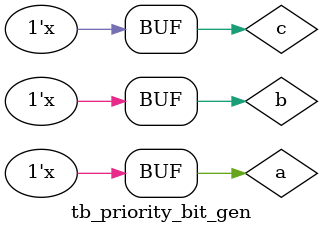
<source format=v>
module tb_priority_bit_gen (
    
);
    reg a,b,c;
    wire Even,Odd;

    dut_priority_bit_gen a1(a,b,c,Even,Odd);
    initial begin
        a=0;b=0;c=0;
    end

    always #5 c=~c;
    always #10 b=~b;
    always #20 a=~a;
endmodule

</source>
